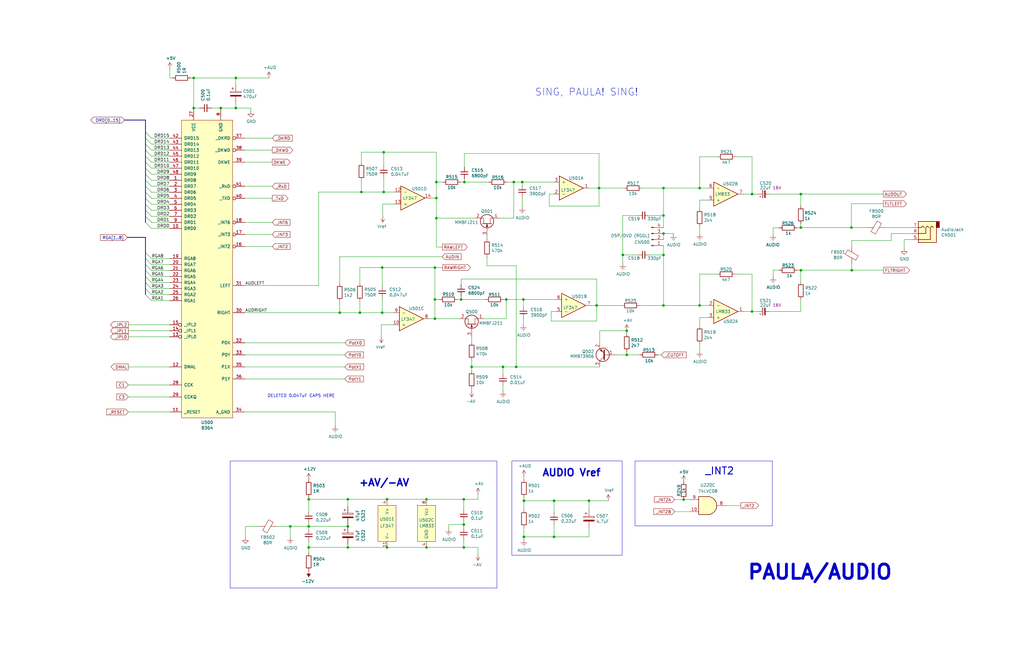
<source format=kicad_sch>
(kicad_sch (version 20231120) (generator "eeschema") (generator_version "8.0")
  (paper "B")
  (title_block (title "AMIGA PCI") (date "2024-05-24") (rev "3.0"))
  (junction (at 216.662 76.835))
  (junction (at 220.218 76.835))
  (junction (at 184.023 76.835))
  (junction (at 130.175 210.693))
  (junction (at 337.693 81.915))
  (junction (at 213.487 126.365))
  (junction (at 146.685 210.693))
  (junction (at 279.781 128.905))
  (junction (at 317.119 131.445))
  (junction (at 122.428 222.123))
  (junction (at 295.021 79.375))
  (junction (at 93.091 45.593))
  (junction (at 161.798 81.026))
  (junction (at 130.175 231.013))
  (junction (at 262.636 107.569))
  (junction (at 220.726 126.365))
  (junction (at 81.661 32.893))
  (junction (at 233.6292 226.5426))
  (junction (at 248.3612 211.3026))
  (junction (at 163.195 210.693))
  (junction (at 212.09 154.813))
  (junction (at 161.163 131.953))
  (junction (at 220.9292 211.3026))
  (junction (at 217.678 154.813))
  (junction (at 317.119 81.915))
  (junction (at 195.58 231.013))
  (junction (at 130.175 222.123))
  (junction (at 99.441 45.593))
  (junction (at 81.661 45.593))
  (junction (at 194.437 126.365))
  (junction (at 337.693 96.012))
  (junction (at 183.388 126.365))
  (junction (at 146.685 222.123))
  (junction (at 99.441 32.893))
  (junction (at 279.781 79.375))
  (junction (at 220.9292 226.5426))
  (junction (at 195.834 76.835))
  (junction (at 183.388 134.493))
  (junction (at 163.195 231.013))
  (junction (at 264.287 139.573))
  (junction (at 195.58 221.361))
  (junction (at 183.388 112.903))
  (junction (at 359.156 114.046))
  (junction (at 152.4 81.026))
  (junction (at 279.781 90.932))
  (junction (at 288.29 210.82))
  (junction (at 184.023 92.075))
  (junction (at 359.029 96.012))
  (junction (at 337.693 114.046))
  (junction (at 179.832 231.013))
  (junction (at 151.765 131.953))
  (junction (at 279.781 107.569))
  (junction (at 264.287 149.733))
  (junction (at 279.781 98.552))
  (junction (at 161.163 112.903))
  (junction (at 233.6292 211.3026))
  (junction (at 252.603 79.375))
  (junction (at 146.685 231.013))
  (junction (at 251.587 128.905))
  (junction (at 161.798 64.262))
  (junction (at 179.832 210.693))
  (junction (at 184.023 83.566))
  (junction (at 198.882 154.813))
  (junction (at 295.021 128.905))
  (junction (at 195.58 210.693))
  (junction (at 143.256 131.953))
  (bus_entry (at 63.881 65.913) (size -2.54 -2.54))
  (bus_entry (at 63.881 88.773) (size -2.54 -2.54))
  (bus_entry (at 63.881 60.833) (size -2.54 -2.54))
  (bus_entry (at 63.881 114.173) (size -2.54 -2.54))
  (bus_entry (at 63.881 119.253) (size -2.54 -2.54))
  (bus_entry (at 63.881 83.693) (size -2.54 -2.54))
  (bus_entry (at 63.881 76.073) (size -2.54 -2.54))
  (bus_entry (at 63.881 91.313) (size -2.54 -2.54))
  (bus_entry (at 63.881 81.153) (size -2.54 -2.54))
  (bus_entry (at 63.881 63.373) (size -2.54 -2.54))
  (bus_entry (at 63.881 111.633) (size -2.54 -2.54))
  (bus_entry (at 63.881 73.533) (size -2.54 -2.54))
  (bus_entry (at 63.881 58.293) (size -2.54 -2.54))
  (bus_entry (at 63.881 68.453) (size -2.54 -2.54))
  (bus_entry (at 63.881 124.333) (size -2.54 -2.54))
  (bus_entry (at 63.881 86.233) (size -2.54 -2.54))
  (bus_entry (at 63.881 121.793) (size -2.54 -2.54))
  (bus_entry (at 63.881 96.393) (size -2.54 -2.54))
  (bus_entry (at 63.881 78.613) (size -2.54 -2.54))
  (bus_entry (at 63.881 109.093) (size -2.54 -2.54))
  (bus_entry (at 63.881 126.873) (size -2.54 -2.54))
  (bus_entry (at 63.881 116.713) (size -2.54 -2.54))
  (bus_entry (at 63.881 93.853) (size -2.54 -2.54))
  (bus_entry (at 63.881 70.993) (size -2.54 -2.54))
  (wire (pts (xy 54.102 142.113) (xy 71.501 142.113)))
  (wire (pts (xy 99.441 45.593) (xy 99.441 43.434)))
  (wire (pts (xy 130.175 210.693) (xy 146.685 210.693)))
  (wire (pts (xy 146.685 221.361) (xy 146.685 222.123)))
  (wire (pts (xy 337.693 96.012) (xy 359.029 96.012)))
  (wire (pts (xy 317.119 81.915) (xy 317.119 66.167)))
  (wire (pts (xy 233.6292 221.3356) (xy 233.6292 226.5426)))
  (wire (pts (xy 71.501 124.333) (xy 63.881 124.333)))
  (wire (pts (xy 210.439 92.075) (xy 216.662 92.075)))
  (bus (pts (xy 61.341 63.373) (xy 61.341 65.913)))
  (wire (pts (xy 183.388 112.903) (xy 161.163 112.903)))
  (wire (pts (xy 103.505 222.123) (xy 109.093 222.123)))
  (bus (pts (xy 61.341 81.153) (xy 61.341 83.693)))
  (wire (pts (xy 217.678 154.813) (xy 252.857 154.813)))
  (bus (pts (xy 61.341 88.773) (xy 61.341 91.313)))
  (bus (pts (xy 61.341 106.553) (xy 61.341 109.093)))
  (wire (pts (xy 183.388 134.493) (xy 183.388 126.365)))
  (wire (pts (xy 212.09 162.814) (xy 212.09 165.1)))
  (wire (pts (xy 103.251 173.863) (xy 141.351 173.863)))
  (wire (pts (xy 381.254 101.092) (xy 381.254 104.902)))
  (wire (pts (xy 264.287 148.463) (xy 264.287 149.733)))
  (wire (pts (xy 205.359 112.141) (xy 217.678 112.141)))
  (wire (pts (xy 71.501 65.913) (xy 63.881 65.913)))
  (wire (pts (xy 161.798 81.026) (xy 166.497 81.026)))
  (wire (pts (xy 71.501 63.373) (xy 63.881 63.373)))
  (bus (pts (xy 61.341 50.673) (xy 61.341 55.753)))
  (wire (pts (xy 184.023 92.075) (xy 184.023 104.267)))
  (wire (pts (xy 295.021 66.167) (xy 295.021 79.375)))
  (wire (pts (xy 336.169 114.046) (xy 337.693 114.046)))
  (wire (pts (xy 184.023 83.566) (xy 184.023 92.075)))
  (wire (pts (xy 216.662 76.835) (xy 220.218 76.835)))
  (wire (pts (xy 161.798 74.93) (xy 161.798 81.026)))
  (wire (pts (xy 359.156 101.473) (xy 375.793 101.473)))
  (wire (pts (xy 54.102 173.863) (xy 71.501 173.863)))
  (wire (pts (xy 71.501 93.853) (xy 63.881 93.853)))
  (wire (pts (xy 284.48 215.9) (xy 290.83 215.9)))
  (wire (pts (xy 262.636 107.569) (xy 268.859 107.569)))
  (wire (pts (xy 183.388 126.365) (xy 185.293 126.365)))
  (wire (pts (xy 220.9292 211.3026) (xy 220.9292 215.1126)))
  (wire (pts (xy 103.251 154.813) (xy 145.415 154.813)))
  (wire (pts (xy 302.514 66.167) (xy 295.021 66.167)))
  (wire (pts (xy 262.636 111.252) (xy 262.636 107.569)))
  (wire (pts (xy 359.156 114.046) (xy 359.156 111.379)))
  (wire (pts (xy 234.315 131.445) (xy 232.41 131.445)))
  (wire (pts (xy 212.09 154.813) (xy 212.09 157.734)))
  (wire (pts (xy 152.4 64.262) (xy 161.798 64.262)))
  (wire (pts (xy 195.58 210.693) (xy 201.549 210.693)))
  (wire (pts (xy 279.781 107.569) (xy 279.781 128.905)))
  (wire (pts (xy 302.387 115.697) (xy 295.021 115.697)))
  (wire (pts (xy 295.021 133.985) (xy 295.021 137.541)))
  (wire (pts (xy 130.175 222.123) (xy 146.685 222.123)))
  (wire (pts (xy 313.69 81.915) (xy 317.119 81.915)))
  (wire (pts (xy 231.648 81.915) (xy 233.299 81.915)))
  (wire (pts (xy 152.4 68.58) (xy 152.4 64.262)))
  (wire (pts (xy 71.628 32.893) (xy 72.771 32.893)))
  (wire (pts (xy 203.962 134.493) (xy 213.487 134.493)))
  (wire (pts (xy 198.882 142.113) (xy 198.882 144.399)))
  (wire (pts (xy 375.793 98.552) (xy 384.683 98.552)))
  (wire (pts (xy 233.6292 226.5426) (xy 248.3612 226.5426)))
  (wire (pts (xy 295.021 79.375) (xy 298.45 79.375)))
  (wire (pts (xy 151.765 131.953) (xy 161.163 131.953)))
  (wire (pts (xy 268.859 90.932) (xy 262.636 90.932)))
  (wire (pts (xy 71.501 86.233) (xy 63.881 86.233)))
  (wire (pts (xy 130.175 210.693) (xy 130.175 215.773)))
  (wire (pts (xy 183.388 112.903) (xy 183.388 126.365)))
  (wire (pts (xy 269.748 128.905) (xy 279.781 128.905)))
  (wire (pts (xy 122.428 222.123) (xy 116.713 222.123)))
  (wire (pts (xy 146.685 231.013) (xy 163.195 231.013)))
  (wire (pts (xy 130.175 209.931) (xy 130.175 210.693)))
  (wire (pts (xy 273.939 107.569) (xy 279.781 107.569)))
  (bus (pts (xy 61.341 73.533) (xy 61.341 76.073)))
  (wire (pts (xy 195.834 76.835) (xy 206.121 76.835)))
  (wire (pts (xy 181.737 83.566) (xy 184.023 83.566)))
  (wire (pts (xy 195.834 64.77) (xy 252.603 64.77)))
  (wire (pts (xy 220.9292 209.9056) (xy 220.9292 211.3026)))
  (wire (pts (xy 146.685 231.013) (xy 130.175 231.013)))
  (wire (pts (xy 373.38 96.012) (xy 384.683 96.012)))
  (wire (pts (xy 152.4 81.026) (xy 161.798 81.026)))
  (wire (pts (xy 161.417 86.106) (xy 161.417 91.186)))
  (wire (pts (xy 183.388 134.493) (xy 193.802 134.493)))
  (wire (pts (xy 184.023 83.566) (xy 184.023 76.835)))
  (wire (pts (xy 184.023 76.835) (xy 184.023 64.262)))
  (wire (pts (xy 359.029 96.012) (xy 359.029 85.979)))
  (wire (pts (xy 252.603 79.375) (xy 252.603 64.77)))
  (wire (pts (xy 143.256 131.953) (xy 151.765 131.953)))
  (wire (pts (xy 317.119 115.697) (xy 310.007 115.697)))
  (wire (pts (xy 248.3612 211.3026) (xy 256.4892 211.3026)))
  (wire (pts (xy 152.4 76.2) (xy 152.4 81.026)))
  (wire (pts (xy 233.6292 216.2556) (xy 233.6292 211.3026)))
  (wire (pts (xy 252.857 139.573) (xy 264.287 139.573)))
  (wire (pts (xy 71.501 83.693) (xy 63.881 83.693)))
  (wire (pts (xy 231.648 81.915) (xy 231.648 86.995)))
  (wire (pts (xy 220.9292 227.8126) (xy 220.9292 226.5426)))
  (wire (pts (xy 114.808 98.933) (xy 103.251 98.933)))
  (wire (pts (xy 326.009 96.139) (xy 326.009 98.933)))
  (wire (pts (xy 71.501 76.073) (xy 63.881 76.073)))
  (wire (pts (xy 81.661 32.893) (xy 99.441 32.893)))
  (wire (pts (xy 151.765 127.127) (xy 151.765 131.953)))
  (wire (pts (xy 103.251 144.653) (xy 145.542 144.653)))
  (wire (pts (xy 217.678 112.141) (xy 217.678 154.813)))
  (wire (pts (xy 184.023 76.835) (xy 186.69 76.835)))
  (wire (pts (xy 279.781 79.375) (xy 295.021 79.375)))
  (wire (pts (xy 279.781 90.932) (xy 279.781 79.375)))
  (wire (pts (xy 248.539 79.375) (xy 252.603 79.375)))
  (wire (pts (xy 337.693 96.139) (xy 337.693 96.012)))
  (wire (pts (xy 295.021 84.455) (xy 295.021 88.011)))
  (wire (pts (xy 220.726 134.366) (xy 220.726 137.033)))
  (wire (pts (xy 195.58 227.711) (xy 195.58 231.013)))
  (wire (pts (xy 184.023 104.267) (xy 186.563 104.267)))
  (bus (pts (xy 61.341 65.913) (xy 61.341 68.453)))
  (wire (pts (xy 220.218 83.185) (xy 220.218 87.503)))
  (wire (pts (xy 186.436 108.331) (xy 143.256 108.331)))
  (wire (pts (xy 194.437 126.365) (xy 204.724 126.365)))
  (wire (pts (xy 317.119 66.167) (xy 310.134 66.167)))
  (wire (pts (xy 359.029 85.979) (xy 372.491 85.979)))
  (bus (pts (xy 61.341 50.673) (xy 52.451 50.673)))
  (wire (pts (xy 71.501 126.873) (xy 63.881 126.873)))
  (bus (pts (xy 61.341 70.993) (xy 61.341 73.533)))
  (wire (pts (xy 264.287 149.733) (xy 269.748 149.733)))
  (wire (pts (xy 288.29 210.82) (xy 290.83 210.82)))
  (wire (pts (xy 232.41 135.509) (xy 251.587 135.509)))
  (wire (pts (xy 359.156 114.046) (xy 372.618 114.046)))
  (wire (pts (xy 248.3612 215.1126) (xy 248.3612 211.3026)))
  (wire (pts (xy 130.175 222.123) (xy 130.175 223.393)))
  (wire (pts (xy 54.102 139.573) (xy 71.501 139.573)))
  (wire (pts (xy 103.505 222.123) (xy 103.505 226.822)))
  (wire (pts (xy 194.437 125.095) (xy 194.437 126.365)))
  (wire (pts (xy 130.175 233.299) (xy 130.175 231.013)))
  (wire (pts (xy 80.391 32.893) (xy 81.661 32.893)))
  (wire (pts (xy 71.501 88.773) (xy 63.881 88.773)))
  (wire (pts (xy 143.256 127.254) (xy 143.256 131.953)))
  (wire (pts (xy 71.501 73.533) (xy 63.881 73.533)))
  (wire (pts (xy 195.58 231.013) (xy 201.549 231.013)))
  (wire (pts (xy 326.009 114.046) (xy 326.009 116.84)))
  (wire (pts (xy 252.603 79.375) (xy 263.144 79.375)))
  (wire (pts (xy 122.428 222.123) (xy 122.428 226.822)))
  (wire (pts (xy 233.6292 211.3026) (xy 248.3612 211.3026)))
  (wire (pts (xy 337.693 114.046) (xy 359.156 114.046)))
  (wire (pts (xy 114.808 63.373) (xy 103.251 63.373)))
  (wire (pts (xy 161.163 125.857) (xy 161.163 131.953)))
  (wire (pts (xy 220.9292 226.5426) (xy 233.6292 226.5426)))
  (wire (pts (xy 220.726 126.365) (xy 234.315 126.365)))
  (bus (pts (xy 61.341 91.313) (xy 61.341 93.853)))
  (wire (pts (xy 270.764 79.375) (xy 279.781 79.375)))
  (wire (pts (xy 99.441 35.814) (xy 99.441 32.893)))
  (wire (pts (xy 146.685 210.693) (xy 163.195 210.693)))
  (wire (pts (xy 71.501 109.093) (xy 63.881 109.093)))
  (wire (pts (xy 359.029 96.012) (xy 365.76 96.012)))
  (wire (pts (xy 279.781 90.932) (xy 279.781 96.012)))
  (wire (pts (xy 114.808 83.693) (xy 103.251 83.693)))
  (wire (pts (xy 146.685 210.693) (xy 146.685 213.741)))
  (wire (pts (xy 163.195 231.013) (xy 179.832 231.013)))
  (wire (pts (xy 161.163 131.953) (xy 165.862 131.953)))
  (wire (pts (xy 198.882 154.813) (xy 212.09 154.813)))
  (wire (pts (xy 201.549 231.013) (xy 201.549 233.934)))
  (wire (pts (xy 279.781 98.552) (xy 283.972 98.552)))
  (wire (pts (xy 328.549 96.139) (xy 326.009 96.139)))
  (wire (pts (xy 114.808 68.453) (xy 103.251 68.453)))
  (wire (pts (xy 161.163 112.903) (xy 151.765 112.903)))
  (bus (pts (xy 61.341 58.293) (xy 61.341 60.833)))
  (wire (pts (xy 54.102 154.813) (xy 71.501 154.813)))
  (wire (pts (xy 262.636 90.932) (xy 262.636 107.569)))
  (wire (pts (xy 71.501 60.833) (xy 63.881 60.833)))
  (wire (pts (xy 359.156 103.759) (xy 359.156 101.473)))
  (wire (pts (xy 130.175 231.013) (xy 130.175 228.473)))
  (bus (pts (xy 61.341 60.833) (xy 61.341 63.373)))
  (wire (pts (xy 166.497 86.106) (xy 161.417 86.106)))
  (wire (pts (xy 298.45 84.455) (xy 295.021 84.455)))
  (wire (pts (xy 114.808 78.613) (xy 103.251 78.613)))
  (wire (pts (xy 231.648 86.995) (xy 252.603 86.995)))
  (bus (pts (xy 61.341 100.203) (xy 53.721 100.203)))
  (wire (pts (xy 298.45 133.985) (xy 295.021 133.985)))
  (wire (pts (xy 103.251 159.893) (xy 145.415 159.893)))
  (wire (pts (xy 375.793 101.473) (xy 375.793 98.552)))
  (wire (pts (xy 71.501 119.253) (xy 63.881 119.253)))
  (wire (pts (xy 337.693 86.868) (xy 337.693 81.915)))
  (wire (pts (xy 220.218 78.105) (xy 220.218 76.835)))
  (wire (pts (xy 163.195 210.693) (xy 179.832 210.693)))
  (wire (pts (xy 337.693 126.492) (xy 337.693 131.445)))
  (wire (pts (xy 134.366 81.026) (xy 152.4 81.026)))
  (wire (pts (xy 179.832 210.693) (xy 195.58 210.693)))
  (wire (pts (xy 71.501 70.993) (xy 63.881 70.993)))
  (wire (pts (xy 189.23 221.361) (xy 189.23 223.266)))
  (wire (pts (xy 279.781 90.932) (xy 273.939 90.932)))
  (wire (pts (xy 317.119 131.445) (xy 317.119 115.697)))
  (wire (pts (xy 279.781 98.552) (xy 279.781 101.092)))
  (wire (pts (xy 195.58 220.091) (xy 195.58 221.361)))
  (wire (pts (xy 184.023 92.075) (xy 200.279 92.075)))
  (wire (pts (xy 189.23 221.361) (xy 195.58 221.361)))
  (wire (pts (xy 141.351 179.832) (xy 141.351 173.863)))
  (wire (pts (xy 198.882 152.019) (xy 198.882 154.813)))
  (wire (pts (xy 295.021 115.697) (xy 295.021 128.905)))
  (wire (pts (xy 71.501 78.613) (xy 63.881 78.613)))
  (bus (pts (xy 61.341 121.793) (xy 61.341 124.333)))
  (wire (pts (xy 324.612 131.445) (xy 337.693 131.445)))
  (wire (pts (xy 324.612 81.915) (xy 337.693 81.915)))
  (wire (pts (xy 220.9292 201.0156) (xy 220.9292 202.2856)))
  (wire (pts (xy 179.832 231.013) (xy 195.58 231.013)))
  (wire (pts (xy 216.662 76.835) (xy 213.741 76.835)))
  (wire (pts (xy 220.726 129.286) (xy 220.726 126.365)))
  (wire (pts (xy 103.251 131.953) (xy 143.256 131.953)))
  (wire (pts (xy 336.169 96.139) (xy 337.693 96.139)))
  (wire (pts (xy 284.48 210.82) (xy 288.29 210.82)))
  (wire (pts (xy 195.834 70.485) (xy 195.834 64.77)))
  (wire (pts (xy 337.693 114.046) (xy 337.693 118.872)))
  (wire (pts (xy 205.359 99.695) (xy 205.359 100.838)))
  (wire (pts (xy 181.102 134.493) (xy 183.388 134.493)))
  (wire (pts (xy 161.798 64.262) (xy 161.798 69.85)))
  (wire (pts (xy 71.501 68.453) (xy 63.881 68.453)))
  (bus (pts (xy 61.341 86.233) (xy 61.341 88.773)))
  (wire (pts (xy 183.388 112.903) (xy 186.69 112.903)))
  (wire (pts (xy 220.9292 222.7326) (xy 220.9292 226.5426)))
  (wire (pts (xy 295.021 95.631) (xy 295.021 98.679)))
  (wire (pts (xy 146.685 231.013) (xy 146.685 229.743)))
  (wire (pts (xy 114.808 104.013) (xy 103.251 104.013)))
  (wire (pts (xy 71.501 121.793) (xy 63.881 121.793)))
  (wire (pts (xy 216.662 92.075) (xy 216.662 76.835)))
  (wire (pts (xy 337.693 96.012) (xy 337.693 94.488)))
  (wire (pts (xy 220.218 76.835) (xy 233.299 76.835)))
  (wire (pts (xy 54.102 137.033) (xy 71.501 137.033)))
  (wire (pts (xy 277.368 149.733) (xy 278.892 149.733)))
  (wire (pts (xy 198.882 154.813) (xy 198.882 156.464)))
  (wire (pts (xy 195.58 221.361) (xy 195.58 222.631)))
  (wire (pts (xy 279.781 103.632) (xy 279.781 107.569)))
  (wire (pts (xy 212.09 154.813) (xy 217.678 154.813)))
  (wire (pts (xy 283.972 98.552) (xy 283.972 98.933)))
  (bus (pts (xy 61.341 100.203) (xy 61.341 106.553)))
  (wire (pts (xy 114.808 93.853) (xy 103.251 93.853)))
  (wire (pts (xy 71.501 91.313) (xy 63.881 91.313)))
  (wire (pts (xy 248.3612 226.5426) (xy 248.3612 222.7326)))
  (wire (pts (xy 71.501 81.153) (xy 63.881 81.153)))
  (wire (pts (xy 328.549 114.046) (xy 326.009 114.046)))
  (wire (pts (xy 161.798 64.262) (xy 184.023 64.262)))
  (wire (pts (xy 306.07 213.36) (xy 312.42 213.36)))
  (wire (pts (xy 260.477 149.733) (xy 264.287 149.733)))
  (wire (pts (xy 205.359 108.458) (xy 205.359 112.141)))
  (wire (pts (xy 213.487 126.365) (xy 220.726 126.365)))
  (wire (pts (xy 319.532 131.445) (xy 317.119 131.445)))
  (bus (pts (xy 61.341 111.633) (xy 61.341 114.173)))
  (wire (pts (xy 384.683 101.092) (xy 381.254 101.092)))
  (wire (pts (xy 99.441 32.893) (xy 113.411 32.893)))
  (bus (pts (xy 61.341 78.613) (xy 61.341 81.153)))
  (wire (pts (xy 143.256 108.331) (xy 143.256 119.634)))
  (bus (pts (xy 61.341 114.173) (xy 61.341 116.713)))
  (wire (pts (xy 71.501 116.713) (xy 63.881 116.713)))
  (wire (pts (xy 103.251 149.733) (xy 145.415 149.733)))
  (wire (pts (xy 279.781 128.905) (xy 295.021 128.905)))
  (wire (pts (xy 295.021 128.905) (xy 298.45 128.905)))
  (wire (pts (xy 192.913 126.365) (xy 194.437 126.365)))
  (wire (pts (xy 103.251 120.523) (xy 134.366 120.523)))
  (wire (pts (xy 194.437 117.729) (xy 251.587 117.729)))
  (wire (pts (xy 71.628 28.956) (xy 71.628 32.893)))
  (wire (pts (xy 81.661 45.593) (xy 81.661 32.893)))
  (wire (pts (xy 295.021 145.161) (xy 295.021 148.209)))
  (wire (pts (xy 251.587 128.905) (xy 262.128 128.905)))
  (wire (pts (xy 195.834 75.565) (xy 195.834 76.835)))
  (wire (pts (xy 71.501 96.393) (xy 63.881 96.393)))
  (wire (pts (xy 93.091 45.593) (xy 99.441 45.593)))
  (bus (pts (xy 61.341 116.713) (xy 61.341 119.253)))
  (bus (pts (xy 61.341 76.073) (xy 61.341 78.613)))
  (wire (pts (xy 89.281 45.593) (xy 93.091 45.593)))
  (wire (pts (xy 213.487 126.365) (xy 212.344 126.365)))
  (wire (pts (xy 251.587 135.509) (xy 251.587 128.905)))
  (wire (pts (xy 99.441 45.593) (xy 105.791 45.593)))
  (wire (pts (xy 213.487 134.493) (xy 213.487 126.365)))
  (wire (pts (xy 84.201 45.593) (xy 81.661 45.593)))
  (bus (pts (xy 61.341 68.453) (xy 61.341 70.993)))
  (wire (pts (xy 252.603 86.995) (xy 252.603 79.375)))
  (wire (pts (xy 151.765 112.903) (xy 151.765 119.507)))
  (bus (pts (xy 61.341 55.753) (xy 61.341 58.293)))
  (wire (pts (xy 114.808 58.293) (xy 103.251 58.293)))
  (wire (pts (xy 201.549 210.693) (xy 201.549 208.534)))
  (wire (pts (xy 130.175 220.853) (xy 130.175 222.123)))
  (wire (pts (xy 134.366 120.523) (xy 134.366 81.026)))
  (wire (pts (xy 220.9292 211.3026) (xy 233.6292 211.3026)))
  (wire (pts (xy 54.102 167.513) (xy 71.501 167.513)))
  (bus (pts (xy 61.341 83.693) (xy 61.341 86.233)))
  (wire (pts (xy 313.69 131.445) (xy 317.119 131.445)))
  (wire (pts (xy 198.882 164.084) (xy 198.882 164.973)))
  (wire (pts (xy 194.31 76.835) (xy 195.834 76.835)))
  (wire (pts (xy 264.287 139.573) (xy 264.287 140.843)))
  (wire (pts (xy 232.41 131.445) (xy 232.41 135.509)))
  (bus (pts (xy 61.341 109.093) (xy 61.341 111.633)))
  (wire (pts (xy 105.791 45.593) (xy 105.791 46.863)))
  (wire (pts (xy 165.862 137.033) (xy 160.782 137.033)))
  (wire (pts (xy 54.102 162.433) (xy 71.501 162.433)))
  (wire (pts (xy 194.437 120.015) (xy 194.437 117.729)))
  (wire (pts (xy 71.501 114.173) (xy 63.881 114.173)))
  (wire (pts (xy 251.587 128.905) (xy 251.587 117.729)))
  (wire (pts (xy 161.163 112.903) (xy 161.163 120.777)))
  (wire (pts (xy 337.693 81.915) (xy 372.491 81.915)))
  (wire (pts (xy 71.501 58.293) (xy 63.881 58.293)))
  (wire (pts (xy 195.58 210.693) (xy 195.58 215.011)))
  (wire (pts (xy 160.782 137.033) (xy 160.782 142.113)))
  (wire (pts (xy 122.428 222.123) (xy 130.175 222.123)))
  (wire (pts (xy 252.857 144.653) (xy 252.857 139.573)))
  (bus (pts (xy 61.341 119.253) (xy 61.341 121.793)))
  (wire (pts (xy 71.501 111.633) (xy 63.881 111.633)))
  (wire (pts (xy 319.532 81.915) (xy 317.119 81.915)))
  (wire (pts (xy 249.555 128.905) (xy 251.587 128.905)))
  (rectangle (start 215.8492 194.5386) (end 262.3312 234.2896))
  (rectangle (start 97.028 194.564) (end 209.55 248.158))
  (rectangle (start 267.7668 194.564) (end 325.7 221.8944))
  (text "AUDIO Vref" (at 253.5682 201.3966 0) (effects (font (size 3 3) (thickness 0.6) (bold yes)) (justify right bottom)))
  (text "SING, PAULA! SING!" (at 225.552 40.767 0) (effects (font (size 3 3)) (justify left bottom)))
  (text "+AV/-AV" (at 172.847 205.613 0) (effects (font (size 3 3) (thickness 0.6) (bold yes)) (justify right bottom)))
  (text "DELETED 0.047uF CAPS HERE" (at 112.776 167.894 0) (effects (font (size 1.27 1.27)) (justify left bottom)))
  (text "_INT2" (at 297.18 200.66 0) (effects (font (size 3 3) (thickness 0.4) (bold yes)) (justify left bottom)))
  (text "PAULA/AUDIO" (at 314.833 245.11 0) (effects (font (size 6 6) (thickness 1.2) (bold yes)) (justify left bottom)))
  (label "DRD2" (at 71.501 91.313 180) (effects (font (size 1.2954 1.2954))))
  (label "DRD3" (at 71.501 88.773 180) (effects (font (size 1.2954 1.2954))))
  (label "DRD6" (at 71.501 81.153 180) (effects (font (size 1.2954 1.2954))))
  (label "DRD14" (at 71.501 60.833 180) (effects (font (size 1.2954 1.2954))))
  (label "DRD7" (at 71.501 78.613 180) (effects (font (size 1.2954 1.2954))))
  (label "DRD0" (at 71.501 96.393 180) (effects (font (size 1.2954 1.2954))))
  (label "RGA7" (at 63.881 111.633 0) (effects (font (size 1.2954 1.2954))))
  (label "RGA4" (at 63.881 119.253 0) (effects (font (size 1.2954 1.2954))))
  (label "DRD4" (at 71.501 86.233 180) (effects (font (size 1.2954 1.2954))))
  (label "RGA6" (at 63.881 114.173 0) (effects (font (size 1.2954 1.2954))))
  (label "DRD5" (at 71.501 83.693 180) (effects (font (size 1.2954 1.2954))))
  (label "RGA3" (at 63.881 121.793 0) (effects (font (size 1.2954 1.2954))))
  (label "AUDRIGHT" (at 103.378 131.953 0))
  (label "DRD11" (at 71.501 68.453 180) (effects (font (size 1.2954 1.2954))))
  (label "RGA2" (at 63.881 124.333 0) (effects (font (size 1.2954 1.2954))))
  (label "DRD8" (at 71.501 76.073 180) (effects (font (size 1.2954 1.2954))))
  (label "DRD1" (at 71.501 93.853 180) (effects (font (size 1.2954 1.2954))))
  (label "DRD9" (at 71.501 73.533 180) (effects (font (size 1.2954 1.2954))))
  (label "DRD13" (at 71.501 63.373 180) (effects (font (size 1.2954 1.2954))))
  (label "DRD15" (at 71.501 58.293 180) (effects (font (size 1.2954 1.2954))))
  (label "RGA8" (at 63.881 109.093 0) (effects (font (size 1.2954 1.2954))))
  (label "AUDLEFT" (at 103.378 120.523 0))
  (label "RGA5" (at 63.881 116.713 0) (effects (font (size 1.2954 1.2954))))
  (label "DRD10" (at 71.501 70.993 180) (effects (font (size 1.2954 1.2954))))
  (label "RGA1" (at 63.881 126.873 0) (effects (font (size 1.2954 1.2954))))
  (label "DRD12" (at 71.501 65.913 180) (effects (font (size 1.2954 1.2954))))
  (global_label "_INT2" (shape input) (at 114.808 104.013 0) (property "Intersheetrefs" "${INTERSHEET_REFS}" (at 122.7938 104.013 0) (effects (justify left))))
  (global_label "FLTRIGHT" (shape output) (at 372.618 114.046 0) (property "Intersheetrefs" "${INTERSHEET_REFS}" (at 384.051 114.046 0) (effects (justify left))))
  (global_label "PotX1" (shape input) (at 145.415 154.813 0) (property "Intersheetrefs" "${INTERSHEET_REFS}" (at 153.8845 154.813 0) (effects (justify left))))
  (global_label "DMAL" (shape output) (at 54.102 154.813 180) (property "Intersheetrefs" "${INTERSHEET_REFS}" (at 46.3581 154.813 0) (effects (justify right))))
  (global_label "_INT2A" (shape input) (at 284.48 210.82 180) (property "Intersheetrefs" "${INTERSHEET_REFS}" (at 275.3262 210.82 0) (effects (justify right))))
  (global_label "_INT6" (shape input) (at 114.808 93.853 0) (property "Intersheetrefs" "${INTERSHEET_REFS}" (at 122.7938 93.853 0) (effects (justify left))))
  (global_label "DRD[0..15]" (shape bidirectional) (at 52.451 50.673 180) (effects (font (size 1.2954 1.2954))) (property "Intersheetrefs" "${INTERSHEET_REFS}" (at 37.8058 50.673 0) (effects (justify right))))
  (global_label "AUDIN" (shape input) (at 186.436 108.331 0) (property "Intersheetrefs" "${INTERSHEET_REFS}" (at 194.9662 108.331 0) (effects (justify left))))
  (global_label "C1" (shape input) (at 54.102 162.433 180) (property "Intersheetrefs" "${INTERSHEET_REFS}" (at 48.7167 162.433 0) (effects (justify right))))
  (global_label "_INT2" (shape output) (at 312.42 213.36 0) (property "Intersheetrefs" "${INTERSHEET_REFS}" (at 320.4852 213.36 0) (effects (justify left))))
  (global_label "PotY0" (shape input) (at 145.415 149.733 0) (property "Intersheetrefs" "${INTERSHEET_REFS}" (at 153.7636 149.733 0) (effects (justify left))))
  (global_label "_IPL0" (shape output) (at 54.102 142.113 180) (property "Intersheetrefs" "${INTERSHEET_REFS}" (at 46.1162 142.113 0) (effects (justify right))))
  (global_label "C3" (shape input) (at 54.102 167.513 180) (property "Intersheetrefs" "${INTERSHEET_REFS}" (at 48.7167 167.513 0) (effects (justify right))))
  (global_label "_RxD" (shape input) (at 114.808 78.613 0) (property "Intersheetrefs" "${INTERSHEET_REFS}" (at 122.2495 78.613 0) (effects (justify left))))
  (global_label "PotY1" (shape input) (at 145.415 159.893 0) (property "Intersheetrefs" "${INTERSHEET_REFS}" (at 153.7636 159.893 0) (effects (justify left))))
  (global_label "PotX0" (shape input) (at 145.542 144.653 0) (property "Intersheetrefs" "${INTERSHEET_REFS}" (at 154.0115 144.653 0) (effects (justify left))))
  (global_label "DKWE" (shape output) (at 114.808 68.453 0) (property "Intersheetrefs" "${INTERSHEET_REFS}" (at 122.8542 68.453 0) (effects (justify left))))
  (global_label "RGA[1..8]" (shape input) (at 53.721 100.203 180) (property "Intersheetrefs" "${INTERSHEET_REFS}" (at 41.8646 100.203 0) (effects (justify right))))
  (global_label "FLTLEFT" (shape output) (at 372.491 85.979 0) (property "Intersheetrefs" "${INTERSHEET_REFS}" (at 382.7144 85.979 0) (effects (justify left))))
  (global_label "_IPL1" (shape output) (at 54.102 139.573 180) (property "Intersheetrefs" "${INTERSHEET_REFS}" (at 46.1162 139.573 0) (effects (justify right))))
  (global_label "_RESET" (shape input) (at 54.102 173.863 180) (property "Intersheetrefs" "${INTERSHEET_REFS}" (at 44.4835 173.863 0) (effects (justify right))))
  (global_label "_DKRD" (shape input) (at 114.808 58.293 0) (property "Intersheetrefs" "${INTERSHEET_REFS}" (at 123.7614 58.293 0) (effects (justify left))))
  (global_label "_DKWD" (shape output) (at 114.808 63.373 0) (property "Intersheetrefs" "${INTERSHEET_REFS}" (at 123.9428 63.373 0) (effects (justify left))))
  (global_label "RAWRIGHT" (shape output) (at 186.69 112.903 0) (property "Intersheetrefs" "${INTERSHEET_REFS}" (at 198.8487 112.903 0) (effects (justify left))))
  (global_label "_TxD" (shape output) (at 114.808 83.693 0) (property "Intersheetrefs" "${INTERSHEET_REFS}" (at 121.9471 83.693 0) (effects (justify left))))
  (global_label "_INT2B" (shape input) (at 284.48 215.9 180) (property "Intersheetrefs" "${INTERSHEET_REFS}" (at 275.1448 215.9 0) (effects (justify right))))
  (global_label "RAWLEFT" (shape output) (at 186.563 104.267 0) (property "Intersheetrefs" "${INTERSHEET_REFS}" (at 197.5121 104.267 0) (effects (justify left))))
  (global_label "_IPL2" (shape output) (at 54.102 137.033 180) (property "Intersheetrefs" "${INTERSHEET_REFS}" (at 46.1162 137.033 0) (effects (justify right))))
  (global_label "_CUTOFF" (shape input) (at 278.892 149.733 0) (property "Intersheetrefs" "${INTERSHEET_REFS}" (at 289.8412 149.733 0) (effects (justify left))))
  (global_label "AUDOUT" (shape output) (at 372.491 81.915 0) (property "Intersheetrefs" "${INTERSHEET_REFS}" (at 382.7145 81.915 0) (effects (justify left))))
  (global_label "_INT3" (shape input) (at 114.808 98.933 0) (property "Intersheetrefs" "${INTERSHEET_REFS}" (at 122.7938 98.933 0) (effects (justify left))))
  (symbol (lib_id "AmigaPCI-Symbols:AUDIO GND") (at 122.428 226.822 0) (unit 1)
    (property "Reference" "#PWR091" (effects (hide yes)))
    (property "Value" "AUDIO" (at 122.555 231.2162 0))
    (instances (project "AmigaPCI Mainboard" (path "" (reference "#PWR091") (unit 1))) (project "2000ATX" (path "" (reference "#PWR0287") (unit 1))))
  )
  (symbol (lib_id "AmigaPCI-Symbols:+AV") (at 201.549 208.534 0) (unit 1)
    (property "Reference" "#+AV02" (effects (hide yes)))
    (property "Value" "+AV" (at 201.93 204.1398 0))
    (instances (project "AmigaPCI Mainboard" (path "" (reference "#+AV02") (unit 1))) (project "2000ATX" (path "" (reference "#+AV0101") (unit 1))))
  )
  (symbol (lib_id "Device:C_Small") (at 130.175 218.313 0) (unit 1)
    (property "Reference" "C508" (at 133.096 217.1446 0) (effects (justify left)))
    (property "Value" "0.22uF" (at 133.096 219.456 0) (effects (justify left)))
    (property "Footprint" "Capacitor_SMD:C_0603_1608Metric" (effects (hide yes)))
    (instances (project "AmigaPCI Mainboard" (path "" (reference "C508") (unit 1))) (project "2000ATX" (path "" (reference "C220") (unit 1))))
  )
  (symbol (lib_id "AmigaPCI-Symbols:Ferrite_Bead") (at 369.57 96.012 90) (unit 1)
    (property "Reference" "FB500" (at 369.57 89.0524 90))
    (property "Value" "80R" (at 369.57 91.3638 90))
    (property "Footprint" "Capacitor_SMD:C_0805_2012Metric" (effects (hide yes)))
    (instances (project "AmigaPCI Mainboard" (path "" (reference "FB500") (unit 1))) (project "2000ATX" (path "" (reference "FB401") (unit 1)) (path "" (reference "FB401") (unit 1))))
  )
  (symbol (lib_id "74xx:74LS08") (at 298.45 213.36 0) (unit 3)
    (property "Reference" "U220" (at 298.4417 204.724 0))
    (property "Value" "74LVC08" (at 298.4417 207.264 0))
    (property "Footprint" "Package_SO:TSSOP-14_4.4x5mm_P0.65mm" (effects (hide yes)))
    (property "Datasheet" "http://www.ti.com/lit/gpn/sn74LS08" (effects (hide yes)))
  )
  (symbol (lib_id "AmigaPCI-Symbols:+AV") (at 264.287 139.573 0) (unit 1)
    (property "Reference" "#+AV03" (effects (hide yes)))
    (property "Value" "+AV" (at 264.668 135.1788 0))
    (instances (project "AmigaPCI Mainboard" (path "" (reference "#+AV03") (unit 1))) (project "2000ATX" (path "" (reference "#+AV0102") (unit 1))))
  )
  (symbol (lib_id "power:+5V") (at 71.628 28.956 0) (unit 1)
    (property "Reference" "#PWR069" (effects (hide yes)))
    (property "Value" "+5V" (at 72.009 24.5618 0))
    (instances (project "AmigaPCI Mainboard" (path "" (reference "#PWR069") (unit 1))) (project "2000ATX" (path "" (reference "#PWR0276") (unit 1))))
  )
  (symbol (lib_id "Device:C_Polarized") (at 146.685 217.551 0) (unit 1)
    (property "Reference" "C523" (at 153.162 217.551 90))
    (property "Value" "47uF" (at 150.8506 217.551 90))
    (property "Footprint" "Capacitor_THT:CP_Radial_D5.0mm_P2.00mm" (effects (hide yes)))
    (instances (project "AmigaPCI Mainboard" (path "" (reference "C523") (unit 1))) (project "2000ATX" (path "" (reference "C222") (unit 1)) (path "" (reference "C222") (unit 1))))
  )
  (symbol (lib_id "Device:R") (at 143.256 123.444 0) (unit 1)
    (property "Reference" "R506" (at 145.034 122.2756 0) (effects (justify left)))
    (property "Value" "1k2" (at 145.034 124.587 0) (effects (justify left)))
    (property "Footprint" "Resistor_SMD:R_0603_1608Metric" (effects (hide yes)))
    (instances (project "AmigaPCI Mainboard" (path "" (reference "R506") (unit 1))) (project "2000ATX" (path "" (reference "R210") (unit 1))))
  )
  (symbol (lib_id "Connector:Conn_01x04_Pin") (at 274.701 101.092 0) (mirror x) (unit 1)
    (property "Reference" "CN500" (at 270.764 102.235 0))
    (property "Value" "DSP/DVD (RGGL)" (at 265.811 99.441 0))
    (property "Footprint" "Connector_PinHeader_2.54mm:PinHeader_1x04_P2.54mm_Vertical" (effects (hide yes)))
    (property "Part Number" "5-103639-3" (effects (hide yes)))
  )
  (symbol (lib_id "power:-12V") (at 130.175 240.919 180) (unit 1)
    (property "Reference" "#PWR093" (effects (hide yes)))
    (property "Value" "-12V" (at 129.794 245.3132 0))
    (instances (project "AmigaPCI Mainboard" (path "" (reference "#PWR093") (unit 1))) (project "2000ATX" (path "" (reference "#PWR0286") (unit 1))))
  )
  (symbol (lib_id "Device:R") (at 337.693 122.682 0) (unit 1)
    (property "Reference" "R522" (at 339.471 121.5136 0) (effects (justify left)))
    (property "Value" "1k" (at 339.471 123.825 0) (effects (justify left)))
    (property "Footprint" "Resistor_SMD:R_0603_1608Metric" (effects (hide yes)))
    (instances (project "AmigaPCI Mainboard" (path "" (reference "R522") (unit 1))) (project "2000ATX" (path "" (reference "R210") (unit 1))))
  )
  (symbol (lib_id "Device:R") (at 295.021 141.351 0) (unit 1)
    (property "Reference" "R519" (at 296.799 140.1826 0) (effects (justify left)))
    (property "Value" "2k4" (at 296.799 142.494 0) (effects (justify left)))
    (property "Footprint" "Resistor_SMD:R_0603_1608Metric" (effects (hide yes)))
    (instances (project "AmigaPCI Mainboard" (path "" (reference "R519") (unit 1))) (project "2000ATX" (path "" (reference "R210") (unit 1))))
  )
  (symbol (lib_id "Transistor_BJT:MMBT3906") (at 255.397 149.733 180) (unit 1)
    (property "Reference" "Q502" (at 250.571 148.336 0) (effects (justify left)))
    (property "Value" "MMBT3906" (at 250.571 150.368 0) (effects (justify left)))
    (property "Footprint" "Package_TO_SOT_SMD:SOT-23" (effects (hide yes)))
    (property "Datasheet" "https://www.onsemi.com/pdf/datasheet/pzt3906-d.pdf" (effects (hide yes)))
    (instances (project "AmigaPCI Mainboard" (path "" (reference "Q502") (unit 1))) (project "2000ATX" (path "" (reference "Q202") (unit 1))))
  )
  (symbol (lib_id "AmigaPCI-Symbols:LF347") (at 172.847 83.566 0) (mirror x) (unit 4)
    (property "Reference" "U501" (at 176.784 79.629 0))
    (property "Value" "LF347" (at 172.847 83.693 0))
    (property "Footprint" "Package_SO:SOIC-14_3.9x8.7mm_P1.27mm" (effects (hide yes)))
    (instances (project "AmigaPCI Mainboard" (path "" (reference "U501") (unit 4))) (project "2000ATX" (path "" (reference "U204") (unit 3))))
  )
  (symbol (lib_name "+5V_1") (lib_id "power:+5V") (at 288.29 203.2 0) (unit 1)
    (property "Reference" "#PWR0136" (effects (hide yes)))
    (property "Value" "+5V" (at 288.29 199.136 0))
    (property "Description" "Power symbol creates a global label with name \"+5V\"" (effects (hide yes)))
  )
  (symbol (lib_id "Device:R") (at 151.765 123.317 0) (unit 1)
    (property "Reference" "R505" (at 153.543 122.1486 0) (effects (justify left)))
    (property "Value" "750R" (at 153.543 124.46 0) (effects (justify left)))
    (property "Footprint" "Resistor_SMD:R_0603_1608Metric" (effects (hide yes)))
    (instances (project "AmigaPCI Mainboard" (path "" (reference "R505") (unit 1))) (project "2000ATX" (path "" (reference "R210") (unit 1))))
  )
  (symbol (lib_id "Device:C_Small") (at 220.726 131.826 0) (unit 1)
    (property "Reference" "C516" (at 223.647 130.6576 0) (effects (justify left)))
    (property "Value" "3900pF" (at 223.647 132.969 0) (effects (justify left)))
    (property "Footprint" "Capacitor_SMD:C_0603_1608Metric" (effects (hide yes)))
    (instances (project "AmigaPCI Mainboard" (path "" (reference "C516") (unit 1))) (project "2000ATX" (path "" (reference "C212") (unit 1))))
  )
  (symbol (lib_id "AmigaPCI-Symbols:AUDIO GND") (at 295.021 148.209 0) (unit 1)
    (property "Reference" "#PWR080" (effects (hide yes)))
    (property "Value" "AUDIO" (at 295.148 152.6032 0))
    (instances (project "AmigaPCI Mainboard" (path "" (reference "#PWR080") (unit 1))) (project "2000ATX" (path "" (reference "#PWR0283") (unit 1))))
  )
  (symbol (lib_id "AmigaPCI-Symbols:-AV") (at 201.549 233.934 180) (unit 1)
    (property "Reference" "#-AV02" (effects (hide yes)))
    (property "Value" "-AV" (at 201.168 238.3282 0))
    (instances (project "AmigaPCI Mainboard" (path "" (reference "#-AV02") (unit 1))) (project "2000ATX" (path "" (reference "#-AV0101") (unit 1))))
  )
  (symbol (lib_id "AmigaPCI-Symbols:VREF") (at 160.782 142.113 180) (unit 1)
    (property "Reference" "#VREF04" (effects (hide yes)))
    (property "Value" "Vref" (at 160.401 146.5072 0))
    (instances (project "AmigaPCI Mainboard" (path "" (reference "#VREF04") (unit 1))) (project "2000ATX" (path "" (reference "#VREF0101") (unit 1))))
  )
  (symbol (lib_id "Device:C_Small") (at 220.218 80.645 0) (unit 1)
    (property "Reference" "C517" (at 223.139 79.4766 0) (effects (justify left)))
    (property "Value" "3900pF" (at 223.139 81.788 0) (effects (justify left)))
    (property "Footprint" "Capacitor_SMD:C_0603_1608Metric" (effects (hide yes)))
    (instances (project "AmigaPCI Mainboard" (path "" (reference "C517") (unit 1))) (project "2000ATX" (path "" (reference "C212") (unit 1))))
  )
  (symbol (lib_id "Device:R") (at 205.359 104.648 0) (unit 1)
    (property "Reference" "R514" (at 207.137 103.4796 0) (effects (justify left)))
    (property "Value" "470k" (at 207.137 105.791 0) (effects (justify left)))
    (property "Footprint" "Resistor_SMD:R_0603_1608Metric" (effects (hide yes)))
    (instances (project "AmigaPCI Mainboard" (path "" (reference "R514") (unit 1))) (project "2000ATX" (path "" (reference "R210") (unit 1))))
  )
  (symbol (lib_id "AmigaPCI-Symbols:AUDIO GND") (at 212.09 165.1 0) (unit 1)
    (property "Reference" "#PWR071" (effects (hide yes)))
    (property "Value" "AUDIO" (at 212.217 169.4942 0))
    (instances (project "AmigaPCI Mainboard" (path "" (reference "#PWR071") (unit 1))) (project "2000ATX" (path "" (reference "#PWR0283") (unit 1))))
  )
  (symbol (lib_id "AmigaPCI-Symbols:AUDIO GND") (at 141.351 179.832 0) (unit 1)
    (property "Reference" "#PWR076" (effects (hide yes)))
    (property "Value" "AUDIO" (at 141.478 184.2262 0))
    (instances (project "AmigaPCI Mainboard" (path "" (reference "#PWR076") (unit 1))) (project "2000ATX" (path "" (reference "#PWR0218") (unit 1))))
  )
  (symbol (lib_id "Device:R") (at 337.693 90.678 0) (mirror x) (unit 1)
    (property "Reference" "R524" (at 339.217 89.8906 0) (effects (justify left)))
    (property "Value" "1k" (at 339.217 92.202 0) (effects (justify left)))
    (property "Footprint" "Resistor_SMD:R_0603_1608Metric" (effects (hide yes)))
    (instances (project "AmigaPCI Mainboard" (path "" (reference "R524") (unit 1))) (project "2000ATX" (path "" (reference "R210") (unit 1))))
  )
  (symbol (lib_id "Device:R") (at 306.324 66.167 90) (unit 1)
    (property "Reference" "R521" (at 308.864 64.135 90) (effects (justify left)))
    (property "Value" "4k7" (at 308.102 68.453 90) (effects (justify left)))
    (property "Footprint" "Resistor_SMD:R_0603_1608Metric" (effects (hide yes)))
    (instances (project "AmigaPCI Mainboard" (path "" (reference "R521") (unit 1))) (project "2000ATX" (path "" (reference "R210") (unit 1))))
  )
  (symbol (lib_id "Device:C_Polarized_Small") (at 322.072 131.445 90) (unit 1)
    (property "Reference" "C521" (at 322.834 126.873 90))
    (property "Value" "22uF" (at 322.834 128.794 90))
    (property "Footprint" "Capacitor_THT:CP_Radial_D5.0mm_P2.00mm" (effects (hide yes)))
    (property "Volts" "16V" (at 327.66 128.778 90))
  )
  (symbol (lib_id "AmigaPCI-Symbols:+AUD") (at 220.9292 201.0156 0) (unit 1)
    (property "Reference" "#PWR094" (effects (hide yes)))
    (property "Value" "+AUD" (at 221.3102 196.6214 0))
    (instances (project "AmigaPCI Mainboard" (path "" (reference "#PWR094") (unit 1))) (project "2000ATX" (path "" (reference "#PWR0279") (unit 1))))
  )
  (symbol (lib_id "AmigaPCI-Symbols:LF347") (at 163.195 220.853 0) (mirror y) (unit 5)
    (property "Reference" "U501" (at 163.195 219.075 0))
    (property "Value" "LF347" (at 163.195 221.996 0))
    (property "Footprint" "Package_SO:SOIC-14_3.9x8.7mm_P1.27mm" (effects (hide yes)))
    (instances (project "AmigaPCI Mainboard" (path "" (reference "U501") (unit 5))) (project "2000ATX" (path "" (reference "U204") (unit 5))))
  )
  (symbol (lib_id "Device:R") (at 130.175 237.109 0) (unit 1)
    (property "Reference" "R504" (at 131.953 235.9406 0) (effects (justify left)))
    (property "Value" "1R" (at 131.953 238.252 0) (effects (justify left)))
    (property "Footprint" "Resistor_SMD:R_0603_1608Metric" (effects (hide yes)))
    (instances (project "AmigaPCI Mainboard" (path "" (reference "R504") (unit 1))) (project "2000ATX" (path "" (reference "R208") (unit 1))))
  )
  (symbol (lib_id "Device:R") (at 152.4 72.39 0) (unit 1)
    (property "Reference" "R507" (at 154.178 71.2216 0) (effects (justify left)))
    (property "Value" "750R" (at 154.178 73.533 0) (effects (justify left)))
    (property "Footprint" "Resistor_SMD:R_0603_1608Metric" (effects (hide yes)))
    (instances (project "AmigaPCI Mainboard" (path "" (reference "R507") (unit 1))) (project "2000ATX" (path "" (reference "R210") (unit 1))))
  )
  (symbol (lib_id "Device:C_Small") (at 161.798 72.39 0) (unit 1)
    (property "Reference" "C513" (at 164.719 71.2216 0) (effects (justify left)))
    (property "Value" "0.047uF" (at 164.719 73.533 0) (effects (justify left)))
    (property "Footprint" "Capacitor_SMD:C_0603_1608Metric" (effects (hide yes)))
    (instances (project "AmigaPCI Mainboard" (path "" (reference "C513") (unit 1))) (project "2000ATX" (path "" (reference "C212") (unit 1))))
  )
  (symbol (lib_id "AmigaPCI-Symbols:Ferrite_Bead") (at 359.156 107.569 180) (unit 1)
    (property "Reference" "FB501" (at 353.3775 106.3879 0))
    (property "Value" "80R" (at 353.3775 108.6993 0))
    (property "Footprint" "Capacitor_SMD:C_0805_2012Metric" (effects (hide yes)))
    (instances (project "AmigaPCI Mainboard" (path "" (reference "FB501") (unit 1))) (project "2000ATX" (path "" (reference "FB401") (unit 1)) (path "" (reference "FB401") (unit 1))))
  )
  (symbol (lib_id "Device:R") (at 266.954 79.375 90) (unit 1)
    (property "Reference" "R517" (at 269.494 77.343 90) (effects (justify left)))
    (property "Value" "10k" (at 268.732 81.661 90) (effects (justify left)))
    (property "Footprint" "Resistor_SMD:R_0603_1608Metric" (effects (hide yes)))
    (instances (project "AmigaPCI Mainboard" (path "" (reference "R517") (unit 1))) (project "2000ATX" (path "" (reference "R210") (unit 1))))
  )
  (symbol (lib_id "Device:R") (at 332.359 96.139 90) (mirror x) (unit 1)
    (property "Reference" "R526" (at 334.772 94.234 90) (effects (justify left)))
    (property "Value" "1k" (at 333.629 98.425 90) (effects (justify left)))
    (property "Footprint" "Resistor_SMD:R_0603_1608Metric" (effects (hide yes)))
    (instances (project "AmigaPCI Mainboard" (path "" (reference "R526") (unit 1))) (project "2000ATX" (path "" (reference "R210") (unit 1))))
  )
  (symbol (lib_id "Device:C_Small") (at 194.437 122.555 0) (unit 1)
    (property "Reference" "C524" (at 197.358 121.3866 0) (effects (justify left)))
    (property "Value" "6800pF" (at 197.358 123.698 0) (effects (justify left)))
    (property "Footprint" "Capacitor_SMD:C_0603_1608Metric" (effects (hide yes)))
    (instances (project "AmigaPCI Mainboard" (path "" (reference "C524") (unit 1))) (project "2000ATX" (path "" (reference "C212") (unit 1))))
  )
  (symbol (lib_id "Device:R") (at 198.882 160.274 0) (unit 1)
    (property "Reference" "R509" (at 200.66 159.1056 0) (effects (justify left)))
    (property "Value" "10k" (at 200.66 161.417 0) (effects (justify left)))
    (property "Footprint" "Resistor_SMD:R_0603_1608Metric" (effects (hide yes)))
    (instances (project "AmigaPCI Mainboard" (path "" (reference "R509") (unit 1))) (project "2000ATX" (path "" (reference "R210") (unit 1))))
  )
  (symbol (lib_id "Device:C_Small") (at 86.741 45.593 90) (unit 1)
    (property "Reference" "C500" (at 85.5726 42.672 0) (effects (justify left)))
    (property "Value" "0.1uF" (at 87.884 42.672 0) (effects (justify left)))
    (property "Footprint" "Capacitor_SMD:C_0603_1608Metric" (effects (hide yes)))
    (instances (project "AmigaPCI Mainboard" (path "" (reference "C500") (unit 1))) (project "2000ATX" (path "" (reference "C200") (unit 1))))
  )
  (symbol (lib_id "AmigaPCI-Symbols:LF347") (at 240.665 128.905 0) (unit 2)
    (property "Reference" "U501" (at 244.348 125.095 0))
    (property "Value" "LF347" (at 240.538 129.794 0))
    (property "Footprint" "Package_SO:SOIC-14_3.9x8.7mm_P1.27mm" (effects (hide yes)))
    (instances (project "AmigaPCI Mainboard" (path "" (reference "U501") (unit 2))) (project "2000ATX" (path "" (reference "U204") (unit 3))))
  )
  (symbol (lib_id "AmigaPCI-Symbols:AUDIO GND") (at 262.636 111.252 0) (unit 1)
    (property "Reference" "#PWR078" (effects (hide yes)))
    (property "Value" "AUDIO" (at 262.763 115.6462 0))
    (instances (project "AmigaPCI Mainboard" (path "" (reference "#PWR078") (unit 1))) (project "2000ATX" (path "" (reference "#PWR0283") (unit 1))))
  )
  (symbol (lib_id "Device:R") (at 189.103 126.365 90) (unit 1)
    (property "Reference" "R510" (at 191.643 124.206 90) (effects (justify left)))
    (property "Value" "10k" (at 190.881 128.651 90) (effects (justify left)))
    (property "Footprint" "Resistor_SMD:R_0603_1608Metric" (effects (hide yes)))
    (instances (project "AmigaPCI Mainboard" (path "" (reference "R510") (unit 1))) (project "2000ATX" (path "" (reference "R210") (unit 1))))
  )
  (symbol (lib_id "AmigaPCI-Symbols:AUDIO GND") (at 283.972 98.933 0) (unit 1)
    (property "Reference" "#PWR077" (effects (hide yes)))
    (property "Value" "AUDIO" (at 284.099 103.3272 0))
    (instances (project "AmigaPCI Mainboard" (path "" (reference "#PWR077") (unit 1))) (project "2000ATX" (path "" (reference "#PWR0283") (unit 1))))
  )
  (symbol (lib_id "Device:R") (at 273.558 149.733 270) (unit 1)
    (property "Reference" "R513" (at 271.018 147.701 90) (effects (justify left)))
    (property "Value" "10k" (at 271.907 152.273 90) (effects (justify left)))
    (property "Footprint" "Resistor_SMD:R_0603_1608Metric" (effects (hide yes)))
    (instances (project "AmigaPCI Mainboard" (path "" (reference "R513") (unit 1))) (project "2000ATX" (path "" (reference "R214") (unit 1))))
  )
  (symbol (lib_id "AmigaPCI-Symbols:LM833") (at 304.8 131.445 0) (mirror x) (unit 1)
    (property "Reference" "U502" (at 308.102 135.636 0))
    (property "Value" "LM833" (at 304.927 131.445 0))
    (property "Footprint" "Package_SO:SOIC-8_3.9x4.9mm_P1.27mm" (effects (hide yes)))
  )
  (symbol (lib_id "power:+12V") (at 130.175 202.311 0) (unit 1)
    (property "Reference" "#PWR092" (effects (hide yes)))
    (property "Value" "+12V" (at 130.556 197.9168 0))
    (instances (project "AmigaPCI Mainboard" (path "" (reference "#PWR092") (unit 1))) (project "2000ATX" (path "" (reference "#PWR0285") (unit 1))))
  )
  (symbol (lib_id "Device:C_Small") (at 233.6292 218.7956 0) (unit 1)
    (property "Reference" "C506" (at 236.5502 217.6272 0) (effects (justify left)))
    (property "Value" "0.22uF" (at 236.5502 219.9386 0) (effects (justify left)))
    (property "Footprint" "Capacitor_SMD:C_0603_1608Metric" (effects (hide yes)))
    (instances (project "AmigaPCI Mainboard" (path "" (reference "C506") (unit 1))) (project "2000ATX" (path "" (reference "C219") (unit 1))))
  )
  (symbol (lib_id "Device:R") (at 209.931 76.835 90) (unit 1)
    (property "Reference" "R516" (at 212.471 74.803 90) (effects (justify left)))
    (property "Value" "10k" (at 211.709 79.121 90) (effects (justify left)))
    (property "Footprint" "Resistor_SMD:R_0603_1608Metric" (effects (hide yes)))
    (instances (project "AmigaPCI Mainboard" (path "" (reference "R516") (unit 1))) (project "2000ATX" (path "" (reference "R210") (unit 1))))
  )
  (symbol (lib_id "Device:R") (at 198.882 148.209 0) (unit 1)
    (property "Reference" "R508" (at 200.66 147.0406 0) (effects (justify left)))
    (property "Value" "470k" (at 200.66 149.352 0) (effects (justify left)))
    (property "Footprint" "Resistor_SMD:R_0603_1608Metric" (effects (hide yes)))
    (instances (project "AmigaPCI Mainboard" (path "" (reference "R508") (unit 1))) (project "2000ATX" (path "" (reference "R210") (unit 1))))
  )
  (symbol (lib_id "AmigaPCI-Symbols:AUDIO GND") (at 220.726 137.033 0) (unit 1)
    (property "Reference" "#PWR072" (effects (hide yes)))
    (property "Value" "AUDIO" (at 220.853 141.4272 0))
    (instances (project "AmigaPCI Mainboard" (path "" (reference "#PWR072") (unit 1))) (project "2000ATX" (path "" (reference "#PWR0283") (unit 1))))
  )
  (symbol (lib_id "AmigaPCI-Symbols:MOS 8364 Paula") (at 88.011 109.093 0) (unit 1)
    (property "Reference" "U500" (at 87.376 178.2572 0))
    (property "Value" "8364" (at 87.376 180.5686 0))
    (property "Footprint" "Package_DIP:DIP-48_W15.24mm" (effects (hide yes)))
    (instances (project "AmigaPCI Mainboard" (path "" (reference "U500") (unit 1))) (project "2000ATX" (path "" (reference "U200") (unit 1))))
  )
  (symbol (lib_id "Device:C_Polarized") (at 146.685 225.933 0) (unit 1)
    (property "Reference" "C522" (at 153.162 225.933 90))
    (property "Value" "47uF" (at 150.8506 225.933 90))
    (property "Footprint" "Capacitor_THT:CP_Radial_D5.0mm_P2.00mm" (effects (hide yes)))
    (instances (project "AmigaPCI Mainboard" (path "" (reference "C522") (unit 1))) (project "2000ATX" (path "" (reference "C223") (unit 1)) (path "" (reference "C223") (unit 1))))
  )
  (symbol (lib_id "power:GND") (at 105.791 46.863 0) (unit 1)
    (property "Reference" "#PWR073" (effects (hide yes)))
    (property "Value" "GND" (at 105.918 51.2572 0))
    (instances (project "AmigaPCI Mainboard" (path "" (reference "#PWR073") (unit 1))) (project "2000ATX" (path "" (reference "#PWR0277") (unit 1))))
  )
  (symbol (lib_id "AmigaPCI-Symbols:+AUD") (at 113.411 32.893 0) (unit 1)
    (property "Reference" "#PWR074" (effects (hide yes)))
    (property "Value" "+AUD" (at 113.792 28.4988 0))
    (instances (project "AmigaPCI Mainboard" (path "" (reference "#PWR074") (unit 1))) (project "2000ATX" (path "" (reference "#PWR0278") (unit 1))))
  )
  (symbol (lib_id "Device:R") (at 265.938 128.905 90) (unit 1)
    (property "Reference" "R525" (at 268.478 126.873 90) (effects (justify left)))
    (property "Value" "10k" (at 267.716 131.191 90) (effects (justify left)))
    (property "Footprint" "Resistor_SMD:R_0603_1608Metric" (effects (hide yes)))
    (instances (project "AmigaPCI Mainboard" (path "" (reference "R525") (unit 1))) (project "2000ATX" (path "" (reference "R210") (unit 1))))
  )
  (symbol (lib_id "Device:R") (at 306.197 115.697 90) (unit 1)
    (property "Reference" "R520" (at 308.737 113.665 90) (effects (justify left)))
    (property "Value" "4k7" (at 307.975 117.983 90) (effects (justify left)))
    (property "Footprint" "Resistor_SMD:R_0603_1608Metric" (effects (hide yes)))
    (instances (project "AmigaPCI Mainboard" (path "" (reference "R520") (unit 1))) (project "2000ATX" (path "" (reference "R210") (unit 1))))
  )
  (symbol (lib_id "Device:C_Small") (at 161.163 123.317 0) (unit 1)
    (property "Reference" "C512" (at 164.084 122.1486 0) (effects (justify left)))
    (property "Value" "0.047uF" (at 164.084 124.46 0) (effects (justify left)))
    (property "Footprint" "Capacitor_SMD:C_0603_1608Metric" (effects (hide yes)))
    (instances (project "AmigaPCI Mainboard" (path "" (reference "C512") (unit 1))) (project "2000ATX" (path "" (reference "C212") (unit 1))))
  )
  (symbol (lib_id "AmigaPCI-Symbols:AUDIO GND") (at 220.9292 227.8126 0) (unit 1)
    (property "Reference" "#PWR095" (effects (hide yes)))
    (property "Value" "AUDIO" (at 221.0562 232.2068 0))
    (instances (project "AmigaPCI Mainboard" (path "" (reference "#PWR095") (unit 1))) (project "2000ATX" (path "" (reference "#PWR0280") (unit 1))))
  )
  (symbol (lib_id "AmigaPCI-Symbols:VREF") (at 256.4892 211.3026 0) (unit 1)
    (property "Reference" "#VREF03" (effects (hide yes)))
    (property "Value" "Vref" (at 256.8702 206.9084 0))
    (instances (project "AmigaPCI Mainboard" (path "" (reference "#VREF03") (unit 1))) (project "2000ATX" (path "" (reference "#VREF0103") (unit 1))))
  )
  (symbol (lib_id "AmigaPCI-Symbols:AUDIO GND") (at 189.23 223.266 0) (unit 1)
    (property "Reference" "#PWR099" (effects (hide yes)))
    (property "Value" "AUDIO" (at 189.357 227.6602 0))
    (instances (project "AmigaPCI Mainboard" (path "" (reference "#PWR099") (unit 1))) (project "2000ATX" (path "" (reference "#PWR0288") (unit 1))))
  )
  (symbol (lib_id "Device:R") (at 208.534 126.365 90) (unit 1)
    (property "Reference" "R511" (at 211.074 124.333 90) (effects (justify left)))
    (property "Value" "10k" (at 210.312 128.651 90) (effects (justify left)))
    (property "Footprint" "Resistor_SMD:R_0603_1608Metric" (effects (hide yes)))
    (instances (project "AmigaPCI Mainboard" (path "" (reference "R511") (unit 1))) (project "2000ATX" (path "" (reference "R210") (unit 1))))
  )
  (symbol (lib_id "Transistor_FET:BF545C") (at 205.359 94.615 90) (unit 1)
    (property "Reference" "Q501" (at 205.359 89.154 90))
    (property "Value" "MMBFJ211" (at 196.723 93.853 90))
    (property "Footprint" "Package_TO_SOT_SMD:SOT-23" (effects (hide yes)))
    (property "Datasheet" "https://www.nxp.com/docs/en/data-sheet/BF545A_BF545B_BF545C.pdf" (effects (hide yes)))
    (instances (project "AmigaPCI Mainboard" (path "" (reference "Q501") (unit 1))) (project "2000ATX" (path "" (reference "Q201") (unit 1))))
  )
  (symbol (lib_id "Device:R") (at 295.021 91.821 0) (unit 1)
    (property "Reference" "R518" (at 296.799 90.6526 0) (effects (justify left)))
    (property "Value" "2k4" (at 296.799 92.964 0) (effects (justify left)))
    (property "Footprint" "Resistor_SMD:R_0603_1608Metric" (effects (hide yes)))
    (instances (project "AmigaPCI Mainboard" (path "" (reference "R518") (unit 1))) (project "2000ATX" (path "" (reference "R210") (unit 1))))
  )
  (symbol (lib_id "AmigaPCI-Symbols:Ferrite_Bead") (at 112.903 222.123 270) (unit 1)
    (property "Reference" "FB502" (at 112.903 226.7204 90))
    (property "Value" "80R" (at 112.903 229.0318 90))
    (property "Footprint" "Capacitor_SMD:C_0805_2012Metric" (effects (hide yes)))
    (instances (project "AmigaPCI Mainboard" (path "" (reference "FB502") (unit 1))) (project "2000ATX" (path "" (reference "FB401") (unit 1)) (path "" (reference "FB401") (unit 1))))
  )
  (symbol (lib_id "Device:C_Small") (at 271.399 107.569 90) (unit 1)
    (property "Reference" "C518" (at 269.875 108.966 90) (effects (justify left)))
    (property "Value" "330pF" (at 279.019 108.966 90) (effects (justify left)))
    (property "Footprint" "Capacitor_SMD:C_0603_1608Metric" (effects (hide yes)))
    (instances (project "AmigaPCI Mainboard" (path "" (reference "C518") (unit 1))) (project "2000ATX" (path "" (reference "C212") (unit 1))))
  )
  (symbol (lib_id "Device:R") (at 332.359 114.046 90) (unit 1)
    (property "Reference" "R523" (at 334.899 112.014 90) (effects (justify left)))
    (property "Value" "1k" (at 334.137 116.332 90) (effects (justify left)))
    (property "Footprint" "Resistor_SMD:R_0603_1608Metric" (effects (hide yes)))
    (instances (project "AmigaPCI Mainboard" (path "" (reference "R523") (unit 1))) (project "2000ATX" (path "" (reference "R210") (unit 1))))
  )
  (symbol (lib_id "AmigaPCI-Symbols:LM833") (at 179.832 220.853 0) (unit 3)
    (property "Reference" "U502" (at 176.657 219.456 0) (effects (justify left)))
    (property "Value" "LM833" (at 176.784 221.869 0) (effects (justify left)))
    (property "Footprint" "Package_SO:SOIC-8_3.9x4.9mm_P1.27mm" (effects (hide yes)))
  )
  (symbol (lib_id "AmigaPCI-Symbols:AudioJack3-Connector") (at 389.763 98.552 180) (unit 1)
    (property "Reference" "CN501" (at 396.875 99.187 0) (effects (justify right)))
    (property "Value" "AudioJack" (at 396.875 96.8756 0) (effects (justify right)))
    (property "Footprint" "AmigaPCI:Jack_3.5mm_CUI_SJ1-3533NG_Horizontal_CircularHoles" (effects (hide yes)))
    (property "Part" "SJ1-3533NG" (effects (hide yes)))
    (instances (project "AmigaPCI Mainboard" (path "" (reference "CN501") (unit 1))) (project "2000ATX" (path "" (reference "CN205") (unit 1)) (path "" (reference "CN205") (unit 1))))
  )
  (symbol (lib_id "Device:C_Small") (at 130.175 225.933 0) (unit 1)
    (property "Reference" "C509" (at 133.096 224.7646 0) (effects (justify left)))
    (property "Value" "0.22uF" (at 133.096 227.076 0) (effects (justify left)))
    (property "Footprint" "Capacitor_SMD:C_0603_1608Metric" (effects (hide yes)))
    (instances (project "AmigaPCI Mainboard" (path "" (reference "C509") (unit 1))) (project "2000ATX" (path "" (reference "C221") (unit 1))))
  )
  (symbol (lib_id "AmigaPCI-Symbols:-AV") (at 198.882 164.973 180) (unit 1)
    (property "Reference" "#-AV03" (effects (hide yes)))
    (property "Value" "-AV" (at 198.501 169.3672 0))
    (instances (project "AmigaPCI Mainboard" (path "" (reference "#-AV03") (unit 1))) (project "2000ATX" (path "" (reference "#-AV0102") (unit 1))))
  )
  (symbol (lib_id "AmigaPCI-Symbols:LF347") (at 239.649 79.375 0) (unit 1)
    (property "Reference" "U501" (at 242.951 75.184 0))
    (property "Value" "LF347" (at 239.522 80.264 0))
    (property "Footprint" "Package_SO:SOIC-14_3.9x8.7mm_P1.27mm" (effects (hide yes)))
    (instances (project "AmigaPCI Mainboard" (path "" (reference "U501") (unit 1))) (project "2000ATX" (path "" (reference "U204") (unit 3))))
  )
  (symbol (lib_id "Device:C_Small") (at 271.399 90.932 90) (unit 1)
    (property "Reference" "C519" (at 269.875 92.329 90) (effects (justify left)))
    (property "Value" "330pF" (at 279.019 92.329 90) (effects (justify left)))
    (property "Footprint" "Capacitor_SMD:C_0603_1608Metric" (effects (hide yes)))
    (instances (project "AmigaPCI Mainboard" (path "" (reference "C519") (unit 1))) (project "2000ATX" (path "" (reference "C212") (unit 1))))
  )
  (symbol (lib_id "Device:C_Small") (at 212.09 160.274 0) (unit 1)
    (property "Reference" "C514" (at 215.011 159.1056 0) (effects (justify left)))
    (property "Value" "0.01uF" (at 215.011 161.417 0) (effects (justify left)))
    (property "Footprint" "Capacitor_SMD:C_0603_1608Metric" (effects (hide yes)))
    (instances (project "AmigaPCI Mainboard" (path "" (reference "C514") (unit 1))) (project "2000ATX" (path "" (reference "C212") (unit 1))))
  )
  (symbol (lib_id "power:GND") (at 103.505 226.822 0) (unit 1)
    (property "Reference" "#PWR086" (effects (hide yes)))
    (property "Value" "GND" (at 103.632 231.2162 0))
    (instances (project "AmigaPCI Mainboard" (path "" (reference "#PWR086") (unit 1))) (project "2000ATX" (path "" (reference "#PWR0277") (unit 1))))
  )
  (symbol (lib_id "Device:C_Polarized_Small") (at 322.072 81.915 90) (unit 1)
    (property "Reference" "C520" (at 322.834 77.343 90))
    (property "Value" "22uF" (at 322.834 79.264 90))
    (property "Footprint" "Capacitor_THT:CP_Radial_D5.0mm_P2.00mm" (effects (hide yes)))
    (property "Volts" "16V" (at 327.66 79.248 90))
  )
  (symbol (lib_id "AmigaPCI-Symbols:LF347") (at 172.212 134.493 0) (mirror x) (unit 3)
    (property "Reference" "U501" (at 175.641 130.175 0))
    (property "Value" "LF347" (at 172.085 134.747 0))
    (property "Footprint" "Package_SO:SOIC-14_3.9x8.7mm_P1.27mm" (effects (hide yes)))
    (instances (project "AmigaPCI Mainboard" (path "" (reference "U501") (unit 3))) (project "2000ATX" (path "" (reference "U204") (unit 3))))
  )
  (symbol (lib_id "Device:C_Polarized") (at 248.3612 218.9226 0) (unit 1)
    (property "Reference" "C507" (at 251.3584 217.7542 0) (effects (justify left)))
    (property "Value" "4.7uF" (at 251.3584 220.0656 0) (effects (justify left)))
    (property "Footprint" "Capacitor_THT:CP_Radial_D5.0mm_P2.00mm" (effects (hide yes)))
    (instances (project "AmigaPCI Mainboard" (path "" (reference "C507") (unit 1))) (project "2000ATX" (path "" (reference "C224") (unit 1)) (path "" (reference "C224") (unit 1))))
  )
  (symbol (lib_id "Device:R") (at 190.5 76.835 90) (unit 1)
    (property "Reference" "R515" (at 193.04 74.676 90) (effects (justify left)))
    (property "Value" "10k" (at 192.278 79.121 90) (effects (justify left)))
    (property "Footprint" "Resistor_SMD:R_0603_1608Metric" (effects (hide yes)))
    (instances (project "AmigaPCI Mainboard" (path "" (reference "R515") (unit 1))) (project "2000ATX" (path "" (reference "R210") (unit 1))))
  )
  (symbol (lib_id "Device:R") (at 130.175 206.121 0) (unit 1)
    (property "Reference" "R503" (at 131.953 204.9526 0) (effects (justify left)))
    (property "Value" "1R" (at 131.953 207.264 0) (effects (justify left)))
    (property "Footprint" "Resistor_SMD:R_0603_1608Metric" (effects (hide yes)))
    (instances (project "AmigaPCI Mainboard" (path "" (reference "R503") (unit 1))) (project "2000ATX" (path "" (reference "R207") (unit 1))))
  )
  (symbol (lib_id "AmigaPCI-Symbols:AUDIO GND") (at 220.218 87.503 0) (unit 1)
    (property "Reference" "#PWR075" (effects (hide yes)))
    (property "Value" "AUDIO" (at 220.345 91.8972 0))
    (instances (project "AmigaPCI Mainboard" (path "" (reference "#PWR075") (unit 1))) (project "2000ATX" (path "" (reference "#PWR0283") (unit 1))))
  )
  (symbol (lib_id "Device:C_Small") (at 195.58 225.171 0) (unit 1)
    (property "Reference" "C511" (at 198.501 224.0026 0) (effects (justify left)))
    (property "Value" "0.1uF" (at 198.501 226.314 0) (effects (justify left)))
    (property "Footprint" "Capacitor_SMD:C_0603_1608Metric" (effects (hide yes)))
    (instances (project "AmigaPCI Mainboard" (path "" (reference "C511") (unit 1))) (project "2000ATX" (path "" (reference "C901") (unit 1))))
  )
  (symbol (lib_id "Device:C_Small") (at 195.834 73.025 0) (unit 1)
    (property "Reference" "C515" (at 198.755 71.8566 0) (effects (justify left)))
    (property "Value" "6800pF" (at 198.755 74.168 0) (effects (justify left)))
    (property "Footprint" "Capacitor_SMD:C_0603_1608Metric" (effects (hide yes)))
    (instances (project "AmigaPCI Mainboard" (path "" (reference "C515") (unit 1))) (project "2000ATX" (path "" (reference "C212") (unit 1))))
  )
  (symbol (lib_id "AmigaPCI-Symbols:LM833") (at 304.8 81.915 0) (unit 2)
    (property "Reference" "U502" (at 307.975 77.597 0))
    (property "Value" "LM833" (at 304.673 81.915 0))
    (property "Footprint" "Package_SO:SOIC-8_3.9x4.9mm_P1.27mm" (effects (hide yes)))
  )
  (symbol (lib_id "Device:R") (at 220.9292 218.9226 0) (unit 1)
    (property "Reference" "R502" (at 222.7072 217.7542 0) (effects (justify left)))
    (property "Value" "1k" (at 222.7072 220.0656 0) (effects (justify left)))
    (property "Footprint" "Resistor_SMD:R_0603_1608Metric" (effects (hide yes)))
    (instances (project "AmigaPCI Mainboard" (path "" (reference "R502") (unit 1))) (project "2000ATX" (path "" (reference "R210") (unit 1))))
  )
  (symbol (lib_id "AmigaPCI-Symbols:VREF") (at 161.417 91.186 180) (unit 1)
    (property "Reference" "#VREF05" (effects (hide yes)))
    (property "Value" "Vref" (at 161.036 95.5802 0))
    (instances (project "AmigaPCI Mainboard" (path "" (reference "#VREF05") (unit 1))) (project "2000ATX" (path "" (reference "#VREF0101") (unit 1))))
  )
  (symbol (lib_id "Device:C_Small") (at 195.58 217.551 0) (unit 1)
    (property "Reference" "C510" (at 198.501 216.3826 0) (effects (justify left)))
    (property "Value" "0.1uF" (at 198.501 218.694 0) (effects (justify left)))
    (property "Footprint" "Capacitor_SMD:C_0603_1608Metric" (effects (hide yes)))
    (instances (project "AmigaPCI Mainboard" (path "" (reference "C510") (unit 1))) (project "2000ATX" (path "" (reference "C900") (unit 1))))
  )
  (symbol (lib_id "Device:R") (at 264.287 144.653 0) (unit 1)
    (property "Reference" "R512" (at 266.065 143.4846 0) (effects (justify left)))
    (property "Value" "2k7" (at 266.065 145.796 0) (effects (justify left)))
    (property "Footprint" "Resistor_SMD:R_0603_1608Metric" (effects (hide yes)))
    (instances (project "AmigaPCI Mainboard" (path "" (reference "R512") (unit 1))) (project "2000ATX" (path "" (reference "R213") (unit 1))))
  )
  (symbol (lib_id "Device:R") (at 288.29 207.01 0) (unit 1)
    (property "Reference" "R249" (at 286.258 209.55 90) (effects (justify left)))
    (property "Value" "1k" (at 288.29 208.28 90) (effects (justify left)))
    (property "Footprint" "Resistor_SMD:R_0603_1608Metric" (effects (hide yes)))
  )
  (symbol (lib_id "power:GND") (at 381.254 104.902 0) (unit 1)
    (property "Reference" "#PWR087" (effects (hide yes)))
    (property "Value" "GND" (at 381.381 109.2962 0))
    (instances (project "AmigaPCI Mainboard" (path "" (reference "#PWR087") (unit 1))) (project "2000ATX" (path "" (reference "#PWR0277") (unit 1))))
  )
  (symbol (lib_id "AmigaPCI-Symbols:AUDIO GND") (at 326.009 116.84 0) (unit 1)
    (property "Reference" "#PWR081" (effects (hide yes)))
    (property "Value" "AUDIO" (at 326.136 121.2342 0))
    (instances (project "AmigaPCI Mainboard" (path "" (reference "#PWR081") (unit 1))) (project "2000ATX" (path "" (reference "#PWR0283") (unit 1))))
  )
  (symbol (lib_id "Device:R") (at 76.581 32.893 90) (unit 1)
    (property "Reference" "R500" (at 75.4126 31.115 0) (effects (justify left)))
    (property "Value" "1R" (at 77.724 31.115 0) (effects (justify left)))
    (property "Footprint" "Resistor_SMD:R_0603_1608Metric" (effects (hide yes)))
    (instances (project "AmigaPCI Mainboard" (path "" (reference "R500") (unit 1))) (project "2000ATX" (path "" (reference "R200") (unit 1))))
  )
  (symbol (lib_id "AmigaPCI-Symbols:AUDIO GND") (at 326.009 98.933 0) (mirror y) (unit 1)
    (property "Reference" "#PWR082" (effects (hide yes)))
    (property "Value" "AUDIO" (at 325.882 103.3272 0))
    (instances (project "AmigaPCI Mainboard" (path "" (reference "#PWR082") (unit 1))) (project "2000ATX" (path "" (reference "#PWR0283") (unit 1))))
  )
  (symbol (lib_id "Device:C_Polarized") (at 99.441 39.624 0) (unit 1)
    (property "Reference" "C501" (at 102.4382 38.4556 0) (effects (justify left)))
    (property "Value" "470uF" (at 102.4382 40.767 0) (effects (justify left)))
    (property "Footprint" "Capacitor_THT:CP_Radial_D5.0mm_P2.00mm" (effects (hide yes)))
    (instances (project "AmigaPCI Mainboard" (path "" (reference "C501") (unit 1))) (project "2000ATX" (path "" (reference "C225") (unit 1)) (path "" (reference "C225") (unit 1))))
  )
  (symbol (lib_id "Device:R") (at 220.9292 206.0956 0) (unit 1)
    (property "Reference" "R501" (at 222.7072 204.9272 0) (effects (justify left)))
    (property "Value" "1k" (at 222.7072 207.2386 0) (effects (justify left)))
    (property "Footprint" "Resistor_SMD:R_0603_1608Metric" (effects (hide yes)))
    (instances (project "AmigaPCI Mainboard" (path "" (reference "R501") (unit 1))) (project "2000ATX" (path "" (reference "R209") (unit 1))))
  )
  (symbol (lib_id "Transistor_FET:BF545C") (at 198.882 137.033 90) (unit 1)
    (property "Reference" "Q500" (at 198.882 131.572 90))
    (property "Value" "MMBFJ211" (at 207.01 136.398 90))
    (property "Footprint" "Package_TO_SOT_SMD:SOT-23" (effects (hide yes)))
    (property "Datasheet" "https://www.nxp.com/docs/en/data-sheet/BF545A_BF545B_BF545C.pdf" (effects (hide yes)))
    (instances (project "AmigaPCI Mainboard" (path "" (reference "Q500") (unit 1))) (project "2000ATX" (path "" (reference "Q201") (unit 1))))
  )
  (symbol (lib_id "AmigaPCI-Symbols:AUDIO GND") (at 295.021 98.679 0) (unit 1)
    (property "Reference" "#PWR079" (effects (hide yes)))
    (property "Value" "AUDIO" (at 295.148 103.0732 0))
    (instances (project "AmigaPCI Mainboard" (path "" (reference "#PWR079") (unit 1))) (project "2000ATX" (path "" (reference "#PWR0283") (unit 1))))
  )
)
</source>
